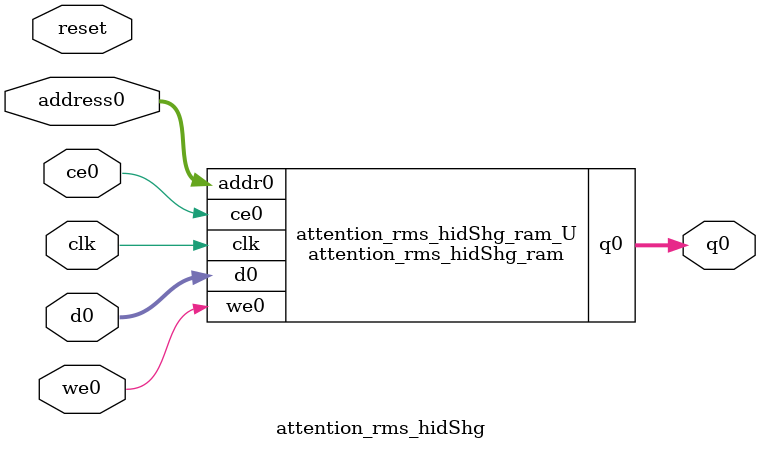
<source format=v>
`timescale 1 ns / 1 ps
module attention_rms_hidShg_ram (addr0, ce0, d0, we0, q0,  clk);

parameter DWIDTH = 32;
parameter AWIDTH = 11;
parameter MEM_SIZE = 1536;

input[AWIDTH-1:0] addr0;
input ce0;
input[DWIDTH-1:0] d0;
input we0;
output reg[DWIDTH-1:0] q0;
input clk;

(* ram_style = "block" *)reg [DWIDTH-1:0] ram[0:MEM_SIZE-1];




always @(posedge clk)  
begin 
    if (ce0) begin
        if (we0) 
            ram[addr0] <= d0; 
        q0 <= ram[addr0];
    end
end


endmodule

`timescale 1 ns / 1 ps
module attention_rms_hidShg(
    reset,
    clk,
    address0,
    ce0,
    we0,
    d0,
    q0);

parameter DataWidth = 32'd32;
parameter AddressRange = 32'd1536;
parameter AddressWidth = 32'd11;
input reset;
input clk;
input[AddressWidth - 1:0] address0;
input ce0;
input we0;
input[DataWidth - 1:0] d0;
output[DataWidth - 1:0] q0;



attention_rms_hidShg_ram attention_rms_hidShg_ram_U(
    .clk( clk ),
    .addr0( address0 ),
    .ce0( ce0 ),
    .we0( we0 ),
    .d0( d0 ),
    .q0( q0 ));

endmodule


</source>
